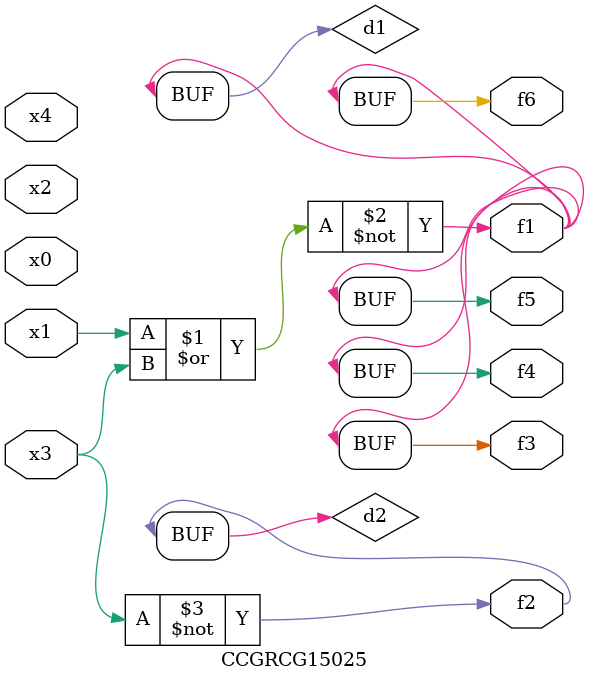
<source format=v>
module CCGRCG15025(
	input x0, x1, x2, x3, x4,
	output f1, f2, f3, f4, f5, f6
);

	wire d1, d2;

	nor (d1, x1, x3);
	not (d2, x3);
	assign f1 = d1;
	assign f2 = d2;
	assign f3 = d1;
	assign f4 = d1;
	assign f5 = d1;
	assign f6 = d1;
endmodule

</source>
